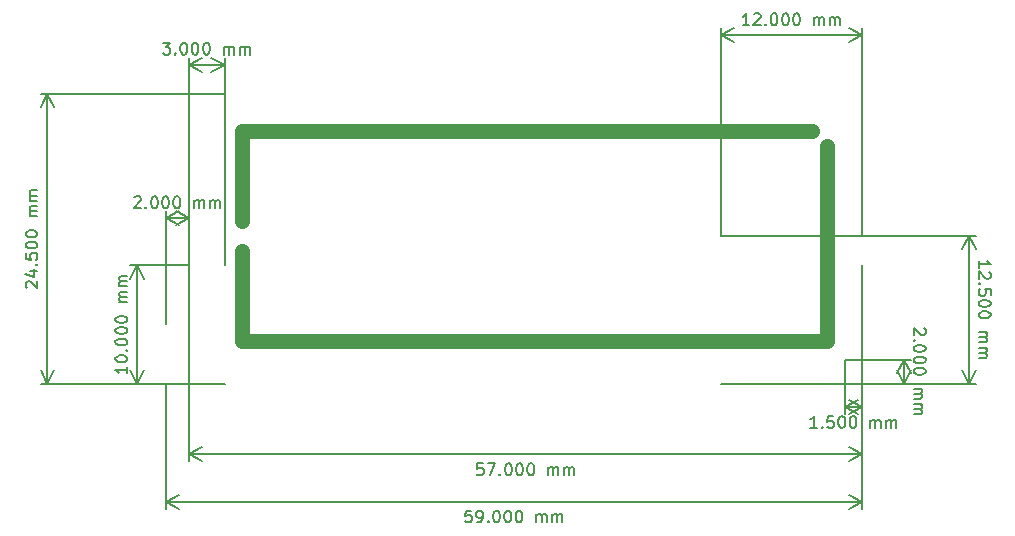
<source format=gbr>
%TF.GenerationSoftware,KiCad,Pcbnew,(5.1.5-0-10_14)*%
%TF.CreationDate,2021-01-27T12:26:26-07:00*%
%TF.ProjectId,FieldSensorYSO,4669656c-6453-4656-9e73-6f7259534f2e,2*%
%TF.SameCoordinates,Original*%
%TF.FileFunction,OtherDrawing,Comment*%
%FSLAX46Y46*%
G04 Gerber Fmt 4.6, Leading zero omitted, Abs format (unit mm)*
G04 Created by KiCad (PCBNEW (5.1.5-0-10_14)) date 2021-01-27 12:26:26*
%MOMM*%
%LPD*%
G04 APERTURE LIST*
%ADD10C,0.150000*%
%ADD11C,1.270000*%
G04 APERTURE END LIST*
D10*
X116880952Y-121752379D02*
X116404761Y-121752379D01*
X116357142Y-122228570D01*
X116404761Y-122180951D01*
X116500000Y-122133332D01*
X116738095Y-122133332D01*
X116833333Y-122180951D01*
X116880952Y-122228570D01*
X116928571Y-122323808D01*
X116928571Y-122561903D01*
X116880952Y-122657141D01*
X116833333Y-122704760D01*
X116738095Y-122752379D01*
X116500000Y-122752379D01*
X116404761Y-122704760D01*
X116357142Y-122657141D01*
X117261904Y-121752379D02*
X117928571Y-121752379D01*
X117500000Y-122752379D01*
X118309523Y-122657141D02*
X118357142Y-122704760D01*
X118309523Y-122752379D01*
X118261904Y-122704760D01*
X118309523Y-122657141D01*
X118309523Y-122752379D01*
X118976190Y-121752379D02*
X119071428Y-121752379D01*
X119166666Y-121799999D01*
X119214285Y-121847618D01*
X119261904Y-121942856D01*
X119309523Y-122133332D01*
X119309523Y-122371427D01*
X119261904Y-122561903D01*
X119214285Y-122657141D01*
X119166666Y-122704760D01*
X119071428Y-122752379D01*
X118976190Y-122752379D01*
X118880952Y-122704760D01*
X118833333Y-122657141D01*
X118785714Y-122561903D01*
X118738095Y-122371427D01*
X118738095Y-122133332D01*
X118785714Y-121942856D01*
X118833333Y-121847618D01*
X118880952Y-121799999D01*
X118976190Y-121752379D01*
X119928571Y-121752379D02*
X120023809Y-121752379D01*
X120119047Y-121799999D01*
X120166666Y-121847618D01*
X120214285Y-121942856D01*
X120261904Y-122133332D01*
X120261904Y-122371427D01*
X120214285Y-122561903D01*
X120166666Y-122657141D01*
X120119047Y-122704760D01*
X120023809Y-122752379D01*
X119928571Y-122752379D01*
X119833333Y-122704760D01*
X119785714Y-122657141D01*
X119738095Y-122561903D01*
X119690476Y-122371427D01*
X119690476Y-122133332D01*
X119738095Y-121942856D01*
X119785714Y-121847618D01*
X119833333Y-121799999D01*
X119928571Y-121752379D01*
X120880952Y-121752379D02*
X120976190Y-121752379D01*
X121071428Y-121799999D01*
X121119047Y-121847618D01*
X121166666Y-121942856D01*
X121214285Y-122133332D01*
X121214285Y-122371427D01*
X121166666Y-122561903D01*
X121119047Y-122657141D01*
X121071428Y-122704760D01*
X120976190Y-122752379D01*
X120880952Y-122752379D01*
X120785714Y-122704760D01*
X120738095Y-122657141D01*
X120690476Y-122561903D01*
X120642857Y-122371427D01*
X120642857Y-122133332D01*
X120690476Y-121942856D01*
X120738095Y-121847618D01*
X120785714Y-121799999D01*
X120880952Y-121752379D01*
X122404761Y-122752379D02*
X122404761Y-122085713D01*
X122404761Y-122180951D02*
X122452380Y-122133332D01*
X122547619Y-122085713D01*
X122690476Y-122085713D01*
X122785714Y-122133332D01*
X122833333Y-122228570D01*
X122833333Y-122752379D01*
X122833333Y-122228570D02*
X122880952Y-122133332D01*
X122976190Y-122085713D01*
X123119047Y-122085713D01*
X123214285Y-122133332D01*
X123261904Y-122228570D01*
X123261904Y-122752379D01*
X123738095Y-122752379D02*
X123738095Y-122085713D01*
X123738095Y-122180951D02*
X123785714Y-122133332D01*
X123880952Y-122085713D01*
X124023809Y-122085713D01*
X124119047Y-122133332D01*
X124166666Y-122228570D01*
X124166666Y-122752379D01*
X124166666Y-122228570D02*
X124214285Y-122133332D01*
X124309523Y-122085713D01*
X124452380Y-122085713D01*
X124547619Y-122133332D01*
X124595238Y-122228570D01*
X124595238Y-122752379D01*
X92000000Y-120999999D02*
X149000000Y-120999999D01*
X92000000Y-105000000D02*
X92000000Y-121586420D01*
X149000000Y-105000000D02*
X149000000Y-121586420D01*
X149000000Y-120999999D02*
X147873496Y-121586420D01*
X149000000Y-120999999D02*
X147873496Y-120413578D01*
X92000000Y-120999999D02*
X93126504Y-121586420D01*
X92000000Y-120999999D02*
X93126504Y-120413578D01*
X158847619Y-105178571D02*
X158847619Y-104607142D01*
X158847619Y-104892857D02*
X159847619Y-104892857D01*
X159704761Y-104797619D01*
X159609523Y-104702380D01*
X159561904Y-104607142D01*
X159752380Y-105559523D02*
X159800000Y-105607142D01*
X159847619Y-105702380D01*
X159847619Y-105940476D01*
X159800000Y-106035714D01*
X159752380Y-106083333D01*
X159657142Y-106130952D01*
X159561904Y-106130952D01*
X159419047Y-106083333D01*
X158847619Y-105511904D01*
X158847619Y-106130952D01*
X158942857Y-106559523D02*
X158895238Y-106607142D01*
X158847619Y-106559523D01*
X158895238Y-106511904D01*
X158942857Y-106559523D01*
X158847619Y-106559523D01*
X159847619Y-107511904D02*
X159847619Y-107035714D01*
X159371428Y-106988095D01*
X159419047Y-107035714D01*
X159466666Y-107130952D01*
X159466666Y-107369047D01*
X159419047Y-107464285D01*
X159371428Y-107511904D01*
X159276190Y-107559523D01*
X159038095Y-107559523D01*
X158942857Y-107511904D01*
X158895238Y-107464285D01*
X158847619Y-107369047D01*
X158847619Y-107130952D01*
X158895238Y-107035714D01*
X158942857Y-106988095D01*
X159847619Y-108178571D02*
X159847619Y-108273809D01*
X159800000Y-108369047D01*
X159752380Y-108416666D01*
X159657142Y-108464285D01*
X159466666Y-108511904D01*
X159228571Y-108511904D01*
X159038095Y-108464285D01*
X158942857Y-108416666D01*
X158895238Y-108369047D01*
X158847619Y-108273809D01*
X158847619Y-108178571D01*
X158895238Y-108083333D01*
X158942857Y-108035714D01*
X159038095Y-107988095D01*
X159228571Y-107940476D01*
X159466666Y-107940476D01*
X159657142Y-107988095D01*
X159752380Y-108035714D01*
X159800000Y-108083333D01*
X159847619Y-108178571D01*
X159847619Y-109130952D02*
X159847619Y-109226190D01*
X159800000Y-109321428D01*
X159752380Y-109369047D01*
X159657142Y-109416666D01*
X159466666Y-109464285D01*
X159228571Y-109464285D01*
X159038095Y-109416666D01*
X158942857Y-109369047D01*
X158895238Y-109321428D01*
X158847619Y-109226190D01*
X158847619Y-109130952D01*
X158895238Y-109035714D01*
X158942857Y-108988095D01*
X159038095Y-108940476D01*
X159228571Y-108892857D01*
X159466666Y-108892857D01*
X159657142Y-108940476D01*
X159752380Y-108988095D01*
X159800000Y-109035714D01*
X159847619Y-109130952D01*
X158847619Y-110654761D02*
X159514285Y-110654761D01*
X159419047Y-110654761D02*
X159466666Y-110702380D01*
X159514285Y-110797619D01*
X159514285Y-110940476D01*
X159466666Y-111035714D01*
X159371428Y-111083333D01*
X158847619Y-111083333D01*
X159371428Y-111083333D02*
X159466666Y-111130952D01*
X159514285Y-111226190D01*
X159514285Y-111369047D01*
X159466666Y-111464285D01*
X159371428Y-111511904D01*
X158847619Y-111511904D01*
X158847619Y-111988095D02*
X159514285Y-111988095D01*
X159419047Y-111988095D02*
X159466666Y-112035714D01*
X159514285Y-112130952D01*
X159514285Y-112273809D01*
X159466666Y-112369047D01*
X159371428Y-112416666D01*
X158847619Y-112416666D01*
X159371428Y-112416666D02*
X159466666Y-112464285D01*
X159514285Y-112559523D01*
X159514285Y-112702380D01*
X159466666Y-112797619D01*
X159371428Y-112845238D01*
X158847619Y-112845238D01*
X158000000Y-102500000D02*
X158000000Y-115000000D01*
X137000000Y-102500000D02*
X158586421Y-102500000D01*
X137000000Y-115000000D02*
X158586421Y-115000000D01*
X158000000Y-115000000D02*
X157413579Y-113873496D01*
X158000000Y-115000000D02*
X158586421Y-113873496D01*
X158000000Y-102500000D02*
X157413579Y-103626504D01*
X158000000Y-102500000D02*
X158586421Y-103626504D01*
X139428571Y-84652380D02*
X138857142Y-84652380D01*
X139142857Y-84652380D02*
X139142857Y-83652380D01*
X139047619Y-83795238D01*
X138952380Y-83890476D01*
X138857142Y-83938095D01*
X139809523Y-83747619D02*
X139857142Y-83700000D01*
X139952380Y-83652380D01*
X140190476Y-83652380D01*
X140285714Y-83700000D01*
X140333333Y-83747619D01*
X140380952Y-83842857D01*
X140380952Y-83938095D01*
X140333333Y-84080952D01*
X139761904Y-84652380D01*
X140380952Y-84652380D01*
X140809523Y-84557142D02*
X140857142Y-84604761D01*
X140809523Y-84652380D01*
X140761904Y-84604761D01*
X140809523Y-84557142D01*
X140809523Y-84652380D01*
X141476190Y-83652380D02*
X141571428Y-83652380D01*
X141666666Y-83700000D01*
X141714285Y-83747619D01*
X141761904Y-83842857D01*
X141809523Y-84033333D01*
X141809523Y-84271428D01*
X141761904Y-84461904D01*
X141714285Y-84557142D01*
X141666666Y-84604761D01*
X141571428Y-84652380D01*
X141476190Y-84652380D01*
X141380952Y-84604761D01*
X141333333Y-84557142D01*
X141285714Y-84461904D01*
X141238095Y-84271428D01*
X141238095Y-84033333D01*
X141285714Y-83842857D01*
X141333333Y-83747619D01*
X141380952Y-83700000D01*
X141476190Y-83652380D01*
X142428571Y-83652380D02*
X142523809Y-83652380D01*
X142619047Y-83700000D01*
X142666666Y-83747619D01*
X142714285Y-83842857D01*
X142761904Y-84033333D01*
X142761904Y-84271428D01*
X142714285Y-84461904D01*
X142666666Y-84557142D01*
X142619047Y-84604761D01*
X142523809Y-84652380D01*
X142428571Y-84652380D01*
X142333333Y-84604761D01*
X142285714Y-84557142D01*
X142238095Y-84461904D01*
X142190476Y-84271428D01*
X142190476Y-84033333D01*
X142238095Y-83842857D01*
X142285714Y-83747619D01*
X142333333Y-83700000D01*
X142428571Y-83652380D01*
X143380952Y-83652380D02*
X143476190Y-83652380D01*
X143571428Y-83700000D01*
X143619047Y-83747619D01*
X143666666Y-83842857D01*
X143714285Y-84033333D01*
X143714285Y-84271428D01*
X143666666Y-84461904D01*
X143619047Y-84557142D01*
X143571428Y-84604761D01*
X143476190Y-84652380D01*
X143380952Y-84652380D01*
X143285714Y-84604761D01*
X143238095Y-84557142D01*
X143190476Y-84461904D01*
X143142857Y-84271428D01*
X143142857Y-84033333D01*
X143190476Y-83842857D01*
X143238095Y-83747619D01*
X143285714Y-83700000D01*
X143380952Y-83652380D01*
X144904761Y-84652380D02*
X144904761Y-83985714D01*
X144904761Y-84080952D02*
X144952380Y-84033333D01*
X145047619Y-83985714D01*
X145190476Y-83985714D01*
X145285714Y-84033333D01*
X145333333Y-84128571D01*
X145333333Y-84652380D01*
X145333333Y-84128571D02*
X145380952Y-84033333D01*
X145476190Y-83985714D01*
X145619047Y-83985714D01*
X145714285Y-84033333D01*
X145761904Y-84128571D01*
X145761904Y-84652380D01*
X146238095Y-84652380D02*
X146238095Y-83985714D01*
X146238095Y-84080952D02*
X146285714Y-84033333D01*
X146380952Y-83985714D01*
X146523809Y-83985714D01*
X146619047Y-84033333D01*
X146666666Y-84128571D01*
X146666666Y-84652380D01*
X146666666Y-84128571D02*
X146714285Y-84033333D01*
X146809523Y-83985714D01*
X146952380Y-83985714D01*
X147047619Y-84033333D01*
X147095238Y-84128571D01*
X147095238Y-84652380D01*
X137000000Y-85500000D02*
X149000000Y-85500000D01*
X137000000Y-102500000D02*
X137000000Y-84913579D01*
X149000000Y-102500000D02*
X149000000Y-84913579D01*
X149000000Y-85500000D02*
X147873496Y-86086421D01*
X149000000Y-85500000D02*
X147873496Y-84913579D01*
X137000000Y-85500000D02*
X138126504Y-86086421D01*
X137000000Y-85500000D02*
X138126504Y-84913579D01*
X89785714Y-86152380D02*
X90404761Y-86152380D01*
X90071428Y-86533333D01*
X90214285Y-86533333D01*
X90309523Y-86580952D01*
X90357142Y-86628571D01*
X90404761Y-86723809D01*
X90404761Y-86961904D01*
X90357142Y-87057142D01*
X90309523Y-87104761D01*
X90214285Y-87152380D01*
X89928571Y-87152380D01*
X89833333Y-87104761D01*
X89785714Y-87057142D01*
X90833333Y-87057142D02*
X90880952Y-87104761D01*
X90833333Y-87152380D01*
X90785714Y-87104761D01*
X90833333Y-87057142D01*
X90833333Y-87152380D01*
X91500000Y-86152380D02*
X91595238Y-86152380D01*
X91690476Y-86200000D01*
X91738095Y-86247619D01*
X91785714Y-86342857D01*
X91833333Y-86533333D01*
X91833333Y-86771428D01*
X91785714Y-86961904D01*
X91738095Y-87057142D01*
X91690476Y-87104761D01*
X91595238Y-87152380D01*
X91500000Y-87152380D01*
X91404761Y-87104761D01*
X91357142Y-87057142D01*
X91309523Y-86961904D01*
X91261904Y-86771428D01*
X91261904Y-86533333D01*
X91309523Y-86342857D01*
X91357142Y-86247619D01*
X91404761Y-86200000D01*
X91500000Y-86152380D01*
X92452380Y-86152380D02*
X92547619Y-86152380D01*
X92642857Y-86200000D01*
X92690476Y-86247619D01*
X92738095Y-86342857D01*
X92785714Y-86533333D01*
X92785714Y-86771428D01*
X92738095Y-86961904D01*
X92690476Y-87057142D01*
X92642857Y-87104761D01*
X92547619Y-87152380D01*
X92452380Y-87152380D01*
X92357142Y-87104761D01*
X92309523Y-87057142D01*
X92261904Y-86961904D01*
X92214285Y-86771428D01*
X92214285Y-86533333D01*
X92261904Y-86342857D01*
X92309523Y-86247619D01*
X92357142Y-86200000D01*
X92452380Y-86152380D01*
X93404761Y-86152380D02*
X93500000Y-86152380D01*
X93595238Y-86200000D01*
X93642857Y-86247619D01*
X93690476Y-86342857D01*
X93738095Y-86533333D01*
X93738095Y-86771428D01*
X93690476Y-86961904D01*
X93642857Y-87057142D01*
X93595238Y-87104761D01*
X93500000Y-87152380D01*
X93404761Y-87152380D01*
X93309523Y-87104761D01*
X93261904Y-87057142D01*
X93214285Y-86961904D01*
X93166666Y-86771428D01*
X93166666Y-86533333D01*
X93214285Y-86342857D01*
X93261904Y-86247619D01*
X93309523Y-86200000D01*
X93404761Y-86152380D01*
X94928571Y-87152380D02*
X94928571Y-86485714D01*
X94928571Y-86580952D02*
X94976190Y-86533333D01*
X95071428Y-86485714D01*
X95214285Y-86485714D01*
X95309523Y-86533333D01*
X95357142Y-86628571D01*
X95357142Y-87152380D01*
X95357142Y-86628571D02*
X95404761Y-86533333D01*
X95500000Y-86485714D01*
X95642857Y-86485714D01*
X95738095Y-86533333D01*
X95785714Y-86628571D01*
X95785714Y-87152380D01*
X96261904Y-87152380D02*
X96261904Y-86485714D01*
X96261904Y-86580952D02*
X96309523Y-86533333D01*
X96404761Y-86485714D01*
X96547619Y-86485714D01*
X96642857Y-86533333D01*
X96690476Y-86628571D01*
X96690476Y-87152380D01*
X96690476Y-86628571D02*
X96738095Y-86533333D01*
X96833333Y-86485714D01*
X96976190Y-86485714D01*
X97071428Y-86533333D01*
X97119047Y-86628571D01*
X97119047Y-87152380D01*
X92000000Y-88000000D02*
X95000000Y-88000000D01*
X92000000Y-105000000D02*
X92000000Y-87413579D01*
X95000000Y-105000000D02*
X95000000Y-87413579D01*
X95000000Y-88000000D02*
X93873496Y-88586421D01*
X95000000Y-88000000D02*
X93873496Y-87413579D01*
X92000000Y-88000000D02*
X93126504Y-88586421D01*
X92000000Y-88000000D02*
X93126504Y-87413579D01*
X154252380Y-110333333D02*
X154300000Y-110380952D01*
X154347619Y-110476190D01*
X154347619Y-110714285D01*
X154300000Y-110809523D01*
X154252380Y-110857142D01*
X154157142Y-110904761D01*
X154061904Y-110904761D01*
X153919047Y-110857142D01*
X153347619Y-110285714D01*
X153347619Y-110904761D01*
X153442857Y-111333333D02*
X153395238Y-111380952D01*
X153347619Y-111333333D01*
X153395238Y-111285714D01*
X153442857Y-111333333D01*
X153347619Y-111333333D01*
X154347619Y-112000000D02*
X154347619Y-112095238D01*
X154300000Y-112190476D01*
X154252380Y-112238095D01*
X154157142Y-112285714D01*
X153966666Y-112333333D01*
X153728571Y-112333333D01*
X153538095Y-112285714D01*
X153442857Y-112238095D01*
X153395238Y-112190476D01*
X153347619Y-112095238D01*
X153347619Y-112000000D01*
X153395238Y-111904761D01*
X153442857Y-111857142D01*
X153538095Y-111809523D01*
X153728571Y-111761904D01*
X153966666Y-111761904D01*
X154157142Y-111809523D01*
X154252380Y-111857142D01*
X154300000Y-111904761D01*
X154347619Y-112000000D01*
X154347619Y-112952380D02*
X154347619Y-113047619D01*
X154300000Y-113142857D01*
X154252380Y-113190476D01*
X154157142Y-113238095D01*
X153966666Y-113285714D01*
X153728571Y-113285714D01*
X153538095Y-113238095D01*
X153442857Y-113190476D01*
X153395238Y-113142857D01*
X153347619Y-113047619D01*
X153347619Y-112952380D01*
X153395238Y-112857142D01*
X153442857Y-112809523D01*
X153538095Y-112761904D01*
X153728571Y-112714285D01*
X153966666Y-112714285D01*
X154157142Y-112761904D01*
X154252380Y-112809523D01*
X154300000Y-112857142D01*
X154347619Y-112952380D01*
X154347619Y-113904761D02*
X154347619Y-114000000D01*
X154300000Y-114095238D01*
X154252380Y-114142857D01*
X154157142Y-114190476D01*
X153966666Y-114238095D01*
X153728571Y-114238095D01*
X153538095Y-114190476D01*
X153442857Y-114142857D01*
X153395238Y-114095238D01*
X153347619Y-114000000D01*
X153347619Y-113904761D01*
X153395238Y-113809523D01*
X153442857Y-113761904D01*
X153538095Y-113714285D01*
X153728571Y-113666666D01*
X153966666Y-113666666D01*
X154157142Y-113714285D01*
X154252380Y-113761904D01*
X154300000Y-113809523D01*
X154347619Y-113904761D01*
X153347619Y-115428571D02*
X154014285Y-115428571D01*
X153919047Y-115428571D02*
X153966666Y-115476190D01*
X154014285Y-115571428D01*
X154014285Y-115714285D01*
X153966666Y-115809523D01*
X153871428Y-115857142D01*
X153347619Y-115857142D01*
X153871428Y-115857142D02*
X153966666Y-115904761D01*
X154014285Y-116000000D01*
X154014285Y-116142857D01*
X153966666Y-116238095D01*
X153871428Y-116285714D01*
X153347619Y-116285714D01*
X153347619Y-116761904D02*
X154014285Y-116761904D01*
X153919047Y-116761904D02*
X153966666Y-116809523D01*
X154014285Y-116904761D01*
X154014285Y-117047619D01*
X153966666Y-117142857D01*
X153871428Y-117190476D01*
X153347619Y-117190476D01*
X153871428Y-117190476D02*
X153966666Y-117238095D01*
X154014285Y-117333333D01*
X154014285Y-117476190D01*
X153966666Y-117571428D01*
X153871428Y-117619047D01*
X153347619Y-117619047D01*
X152500000Y-113000000D02*
X152500000Y-115000000D01*
X147500000Y-113000000D02*
X153086421Y-113000000D01*
X147500000Y-115000000D02*
X153086421Y-115000000D01*
X152500000Y-115000000D02*
X151913579Y-113873496D01*
X152500000Y-115000000D02*
X153086421Y-113873496D01*
X152500000Y-113000000D02*
X151913579Y-114126504D01*
X152500000Y-113000000D02*
X153086421Y-114126504D01*
X145154761Y-118752380D02*
X144583333Y-118752380D01*
X144869047Y-118752380D02*
X144869047Y-117752380D01*
X144773809Y-117895238D01*
X144678571Y-117990476D01*
X144583333Y-118038095D01*
X145583333Y-118657142D02*
X145630952Y-118704761D01*
X145583333Y-118752380D01*
X145535714Y-118704761D01*
X145583333Y-118657142D01*
X145583333Y-118752380D01*
X146535714Y-117752380D02*
X146059523Y-117752380D01*
X146011904Y-118228571D01*
X146059523Y-118180952D01*
X146154761Y-118133333D01*
X146392857Y-118133333D01*
X146488095Y-118180952D01*
X146535714Y-118228571D01*
X146583333Y-118323809D01*
X146583333Y-118561904D01*
X146535714Y-118657142D01*
X146488095Y-118704761D01*
X146392857Y-118752380D01*
X146154761Y-118752380D01*
X146059523Y-118704761D01*
X146011904Y-118657142D01*
X147202380Y-117752380D02*
X147297619Y-117752380D01*
X147392857Y-117800000D01*
X147440476Y-117847619D01*
X147488095Y-117942857D01*
X147535714Y-118133333D01*
X147535714Y-118371428D01*
X147488095Y-118561904D01*
X147440476Y-118657142D01*
X147392857Y-118704761D01*
X147297619Y-118752380D01*
X147202380Y-118752380D01*
X147107142Y-118704761D01*
X147059523Y-118657142D01*
X147011904Y-118561904D01*
X146964285Y-118371428D01*
X146964285Y-118133333D01*
X147011904Y-117942857D01*
X147059523Y-117847619D01*
X147107142Y-117800000D01*
X147202380Y-117752380D01*
X148154761Y-117752380D02*
X148250000Y-117752380D01*
X148345238Y-117800000D01*
X148392857Y-117847619D01*
X148440476Y-117942857D01*
X148488095Y-118133333D01*
X148488095Y-118371428D01*
X148440476Y-118561904D01*
X148392857Y-118657142D01*
X148345238Y-118704761D01*
X148250000Y-118752380D01*
X148154761Y-118752380D01*
X148059523Y-118704761D01*
X148011904Y-118657142D01*
X147964285Y-118561904D01*
X147916666Y-118371428D01*
X147916666Y-118133333D01*
X147964285Y-117942857D01*
X148011904Y-117847619D01*
X148059523Y-117800000D01*
X148154761Y-117752380D01*
X149678571Y-118752380D02*
X149678571Y-118085714D01*
X149678571Y-118180952D02*
X149726190Y-118133333D01*
X149821428Y-118085714D01*
X149964285Y-118085714D01*
X150059523Y-118133333D01*
X150107142Y-118228571D01*
X150107142Y-118752380D01*
X150107142Y-118228571D02*
X150154761Y-118133333D01*
X150250000Y-118085714D01*
X150392857Y-118085714D01*
X150488095Y-118133333D01*
X150535714Y-118228571D01*
X150535714Y-118752380D01*
X151011904Y-118752380D02*
X151011904Y-118085714D01*
X151011904Y-118180952D02*
X151059523Y-118133333D01*
X151154761Y-118085714D01*
X151297619Y-118085714D01*
X151392857Y-118133333D01*
X151440476Y-118228571D01*
X151440476Y-118752380D01*
X151440476Y-118228571D02*
X151488095Y-118133333D01*
X151583333Y-118085714D01*
X151726190Y-118085714D01*
X151821428Y-118133333D01*
X151869047Y-118228571D01*
X151869047Y-118752380D01*
X149000000Y-117000000D02*
X147500000Y-117000000D01*
X149000000Y-113000000D02*
X149000000Y-117586421D01*
X147500000Y-113000000D02*
X147500000Y-117586421D01*
X147500000Y-117000000D02*
X148626504Y-116413579D01*
X147500000Y-117000000D02*
X148626504Y-117586421D01*
X149000000Y-117000000D02*
X147873496Y-116413579D01*
X149000000Y-117000000D02*
X147873496Y-117586421D01*
X86752380Y-113571428D02*
X86752380Y-114142857D01*
X86752380Y-113857142D02*
X85752380Y-113857142D01*
X85895238Y-113952380D01*
X85990476Y-114047619D01*
X86038095Y-114142857D01*
X85752380Y-112952380D02*
X85752380Y-112857142D01*
X85800000Y-112761904D01*
X85847619Y-112714285D01*
X85942857Y-112666666D01*
X86133333Y-112619047D01*
X86371428Y-112619047D01*
X86561904Y-112666666D01*
X86657142Y-112714285D01*
X86704761Y-112761904D01*
X86752380Y-112857142D01*
X86752380Y-112952380D01*
X86704761Y-113047619D01*
X86657142Y-113095238D01*
X86561904Y-113142857D01*
X86371428Y-113190476D01*
X86133333Y-113190476D01*
X85942857Y-113142857D01*
X85847619Y-113095238D01*
X85800000Y-113047619D01*
X85752380Y-112952380D01*
X86657142Y-112190476D02*
X86704761Y-112142857D01*
X86752380Y-112190476D01*
X86704761Y-112238095D01*
X86657142Y-112190476D01*
X86752380Y-112190476D01*
X85752380Y-111523809D02*
X85752380Y-111428571D01*
X85800000Y-111333333D01*
X85847619Y-111285714D01*
X85942857Y-111238095D01*
X86133333Y-111190476D01*
X86371428Y-111190476D01*
X86561904Y-111238095D01*
X86657142Y-111285714D01*
X86704761Y-111333333D01*
X86752380Y-111428571D01*
X86752380Y-111523809D01*
X86704761Y-111619047D01*
X86657142Y-111666666D01*
X86561904Y-111714285D01*
X86371428Y-111761904D01*
X86133333Y-111761904D01*
X85942857Y-111714285D01*
X85847619Y-111666666D01*
X85800000Y-111619047D01*
X85752380Y-111523809D01*
X85752380Y-110571428D02*
X85752380Y-110476190D01*
X85800000Y-110380952D01*
X85847619Y-110333333D01*
X85942857Y-110285714D01*
X86133333Y-110238095D01*
X86371428Y-110238095D01*
X86561904Y-110285714D01*
X86657142Y-110333333D01*
X86704761Y-110380952D01*
X86752380Y-110476190D01*
X86752380Y-110571428D01*
X86704761Y-110666666D01*
X86657142Y-110714285D01*
X86561904Y-110761904D01*
X86371428Y-110809523D01*
X86133333Y-110809523D01*
X85942857Y-110761904D01*
X85847619Y-110714285D01*
X85800000Y-110666666D01*
X85752380Y-110571428D01*
X85752380Y-109619047D02*
X85752380Y-109523809D01*
X85800000Y-109428571D01*
X85847619Y-109380952D01*
X85942857Y-109333333D01*
X86133333Y-109285714D01*
X86371428Y-109285714D01*
X86561904Y-109333333D01*
X86657142Y-109380952D01*
X86704761Y-109428571D01*
X86752380Y-109523809D01*
X86752380Y-109619047D01*
X86704761Y-109714285D01*
X86657142Y-109761904D01*
X86561904Y-109809523D01*
X86371428Y-109857142D01*
X86133333Y-109857142D01*
X85942857Y-109809523D01*
X85847619Y-109761904D01*
X85800000Y-109714285D01*
X85752380Y-109619047D01*
X86752380Y-108095238D02*
X86085714Y-108095238D01*
X86180952Y-108095238D02*
X86133333Y-108047619D01*
X86085714Y-107952380D01*
X86085714Y-107809523D01*
X86133333Y-107714285D01*
X86228571Y-107666666D01*
X86752380Y-107666666D01*
X86228571Y-107666666D02*
X86133333Y-107619047D01*
X86085714Y-107523809D01*
X86085714Y-107380952D01*
X86133333Y-107285714D01*
X86228571Y-107238095D01*
X86752380Y-107238095D01*
X86752380Y-106761904D02*
X86085714Y-106761904D01*
X86180952Y-106761904D02*
X86133333Y-106714285D01*
X86085714Y-106619047D01*
X86085714Y-106476190D01*
X86133333Y-106380952D01*
X86228571Y-106333333D01*
X86752380Y-106333333D01*
X86228571Y-106333333D02*
X86133333Y-106285714D01*
X86085714Y-106190476D01*
X86085714Y-106047619D01*
X86133333Y-105952380D01*
X86228571Y-105904761D01*
X86752380Y-105904761D01*
X87600000Y-115000000D02*
X87600000Y-105000000D01*
X92000000Y-115000000D02*
X87013579Y-115000000D01*
X92000000Y-105000000D02*
X87013579Y-105000000D01*
X87600000Y-105000000D02*
X88186421Y-106126504D01*
X87600000Y-105000000D02*
X87013579Y-106126504D01*
X87600000Y-115000000D02*
X88186421Y-113873496D01*
X87600000Y-115000000D02*
X87013579Y-113873496D01*
X87333333Y-99247619D02*
X87380952Y-99200000D01*
X87476190Y-99152380D01*
X87714285Y-99152380D01*
X87809523Y-99200000D01*
X87857142Y-99247619D01*
X87904761Y-99342857D01*
X87904761Y-99438095D01*
X87857142Y-99580952D01*
X87285714Y-100152380D01*
X87904761Y-100152380D01*
X88333333Y-100057142D02*
X88380952Y-100104761D01*
X88333333Y-100152380D01*
X88285714Y-100104761D01*
X88333333Y-100057142D01*
X88333333Y-100152380D01*
X89000000Y-99152380D02*
X89095238Y-99152380D01*
X89190476Y-99200000D01*
X89238095Y-99247619D01*
X89285714Y-99342857D01*
X89333333Y-99533333D01*
X89333333Y-99771428D01*
X89285714Y-99961904D01*
X89238095Y-100057142D01*
X89190476Y-100104761D01*
X89095238Y-100152380D01*
X89000000Y-100152380D01*
X88904761Y-100104761D01*
X88857142Y-100057142D01*
X88809523Y-99961904D01*
X88761904Y-99771428D01*
X88761904Y-99533333D01*
X88809523Y-99342857D01*
X88857142Y-99247619D01*
X88904761Y-99200000D01*
X89000000Y-99152380D01*
X89952380Y-99152380D02*
X90047619Y-99152380D01*
X90142857Y-99200000D01*
X90190476Y-99247619D01*
X90238095Y-99342857D01*
X90285714Y-99533333D01*
X90285714Y-99771428D01*
X90238095Y-99961904D01*
X90190476Y-100057142D01*
X90142857Y-100104761D01*
X90047619Y-100152380D01*
X89952380Y-100152380D01*
X89857142Y-100104761D01*
X89809523Y-100057142D01*
X89761904Y-99961904D01*
X89714285Y-99771428D01*
X89714285Y-99533333D01*
X89761904Y-99342857D01*
X89809523Y-99247619D01*
X89857142Y-99200000D01*
X89952380Y-99152380D01*
X90904761Y-99152380D02*
X91000000Y-99152380D01*
X91095238Y-99200000D01*
X91142857Y-99247619D01*
X91190476Y-99342857D01*
X91238095Y-99533333D01*
X91238095Y-99771428D01*
X91190476Y-99961904D01*
X91142857Y-100057142D01*
X91095238Y-100104761D01*
X91000000Y-100152380D01*
X90904761Y-100152380D01*
X90809523Y-100104761D01*
X90761904Y-100057142D01*
X90714285Y-99961904D01*
X90666666Y-99771428D01*
X90666666Y-99533333D01*
X90714285Y-99342857D01*
X90761904Y-99247619D01*
X90809523Y-99200000D01*
X90904761Y-99152380D01*
X92428571Y-100152380D02*
X92428571Y-99485714D01*
X92428571Y-99580952D02*
X92476190Y-99533333D01*
X92571428Y-99485714D01*
X92714285Y-99485714D01*
X92809523Y-99533333D01*
X92857142Y-99628571D01*
X92857142Y-100152380D01*
X92857142Y-99628571D02*
X92904761Y-99533333D01*
X93000000Y-99485714D01*
X93142857Y-99485714D01*
X93238095Y-99533333D01*
X93285714Y-99628571D01*
X93285714Y-100152380D01*
X93761904Y-100152380D02*
X93761904Y-99485714D01*
X93761904Y-99580952D02*
X93809523Y-99533333D01*
X93904761Y-99485714D01*
X94047619Y-99485714D01*
X94142857Y-99533333D01*
X94190476Y-99628571D01*
X94190476Y-100152380D01*
X94190476Y-99628571D02*
X94238095Y-99533333D01*
X94333333Y-99485714D01*
X94476190Y-99485714D01*
X94571428Y-99533333D01*
X94619047Y-99628571D01*
X94619047Y-100152380D01*
X90000000Y-101000000D02*
X92000000Y-101000000D01*
X90000000Y-110000000D02*
X90000000Y-100413579D01*
X92000000Y-110000000D02*
X92000000Y-100413579D01*
X92000000Y-101000000D02*
X90873496Y-101586421D01*
X92000000Y-101000000D02*
X90873496Y-100413579D01*
X90000000Y-101000000D02*
X91126504Y-101586421D01*
X90000000Y-101000000D02*
X91126504Y-100413579D01*
X115880952Y-125752380D02*
X115404761Y-125752380D01*
X115357142Y-126228571D01*
X115404761Y-126180952D01*
X115500000Y-126133333D01*
X115738095Y-126133333D01*
X115833333Y-126180952D01*
X115880952Y-126228571D01*
X115928571Y-126323809D01*
X115928571Y-126561904D01*
X115880952Y-126657142D01*
X115833333Y-126704761D01*
X115738095Y-126752380D01*
X115500000Y-126752380D01*
X115404761Y-126704761D01*
X115357142Y-126657142D01*
X116404761Y-126752380D02*
X116595238Y-126752380D01*
X116690476Y-126704761D01*
X116738095Y-126657142D01*
X116833333Y-126514285D01*
X116880952Y-126323809D01*
X116880952Y-125942857D01*
X116833333Y-125847619D01*
X116785714Y-125800000D01*
X116690476Y-125752380D01*
X116500000Y-125752380D01*
X116404761Y-125800000D01*
X116357142Y-125847619D01*
X116309523Y-125942857D01*
X116309523Y-126180952D01*
X116357142Y-126276190D01*
X116404761Y-126323809D01*
X116500000Y-126371428D01*
X116690476Y-126371428D01*
X116785714Y-126323809D01*
X116833333Y-126276190D01*
X116880952Y-126180952D01*
X117309523Y-126657142D02*
X117357142Y-126704761D01*
X117309523Y-126752380D01*
X117261904Y-126704761D01*
X117309523Y-126657142D01*
X117309523Y-126752380D01*
X117976190Y-125752380D02*
X118071428Y-125752380D01*
X118166666Y-125800000D01*
X118214285Y-125847619D01*
X118261904Y-125942857D01*
X118309523Y-126133333D01*
X118309523Y-126371428D01*
X118261904Y-126561904D01*
X118214285Y-126657142D01*
X118166666Y-126704761D01*
X118071428Y-126752380D01*
X117976190Y-126752380D01*
X117880952Y-126704761D01*
X117833333Y-126657142D01*
X117785714Y-126561904D01*
X117738095Y-126371428D01*
X117738095Y-126133333D01*
X117785714Y-125942857D01*
X117833333Y-125847619D01*
X117880952Y-125800000D01*
X117976190Y-125752380D01*
X118928571Y-125752380D02*
X119023809Y-125752380D01*
X119119047Y-125800000D01*
X119166666Y-125847619D01*
X119214285Y-125942857D01*
X119261904Y-126133333D01*
X119261904Y-126371428D01*
X119214285Y-126561904D01*
X119166666Y-126657142D01*
X119119047Y-126704761D01*
X119023809Y-126752380D01*
X118928571Y-126752380D01*
X118833333Y-126704761D01*
X118785714Y-126657142D01*
X118738095Y-126561904D01*
X118690476Y-126371428D01*
X118690476Y-126133333D01*
X118738095Y-125942857D01*
X118785714Y-125847619D01*
X118833333Y-125800000D01*
X118928571Y-125752380D01*
X119880952Y-125752380D02*
X119976190Y-125752380D01*
X120071428Y-125800000D01*
X120119047Y-125847619D01*
X120166666Y-125942857D01*
X120214285Y-126133333D01*
X120214285Y-126371428D01*
X120166666Y-126561904D01*
X120119047Y-126657142D01*
X120071428Y-126704761D01*
X119976190Y-126752380D01*
X119880952Y-126752380D01*
X119785714Y-126704761D01*
X119738095Y-126657142D01*
X119690476Y-126561904D01*
X119642857Y-126371428D01*
X119642857Y-126133333D01*
X119690476Y-125942857D01*
X119738095Y-125847619D01*
X119785714Y-125800000D01*
X119880952Y-125752380D01*
X121404761Y-126752380D02*
X121404761Y-126085714D01*
X121404761Y-126180952D02*
X121452380Y-126133333D01*
X121547619Y-126085714D01*
X121690476Y-126085714D01*
X121785714Y-126133333D01*
X121833333Y-126228571D01*
X121833333Y-126752380D01*
X121833333Y-126228571D02*
X121880952Y-126133333D01*
X121976190Y-126085714D01*
X122119047Y-126085714D01*
X122214285Y-126133333D01*
X122261904Y-126228571D01*
X122261904Y-126752380D01*
X122738095Y-126752380D02*
X122738095Y-126085714D01*
X122738095Y-126180952D02*
X122785714Y-126133333D01*
X122880952Y-126085714D01*
X123023809Y-126085714D01*
X123119047Y-126133333D01*
X123166666Y-126228571D01*
X123166666Y-126752380D01*
X123166666Y-126228571D02*
X123214285Y-126133333D01*
X123309523Y-126085714D01*
X123452380Y-126085714D01*
X123547619Y-126133333D01*
X123595238Y-126228571D01*
X123595238Y-126752380D01*
X90000000Y-125000000D02*
X149000000Y-125000000D01*
X90000000Y-115000000D02*
X90000000Y-125586421D01*
X149000000Y-115000000D02*
X149000000Y-125586421D01*
X149000000Y-125000000D02*
X147873496Y-125586421D01*
X149000000Y-125000000D02*
X147873496Y-124413579D01*
X90000000Y-125000000D02*
X91126504Y-125586421D01*
X90000000Y-125000000D02*
X91126504Y-124413579D01*
X78247619Y-106892857D02*
X78200000Y-106845238D01*
X78152380Y-106750000D01*
X78152380Y-106511904D01*
X78200000Y-106416666D01*
X78247619Y-106369047D01*
X78342857Y-106321428D01*
X78438095Y-106321428D01*
X78580952Y-106369047D01*
X79152380Y-106940476D01*
X79152380Y-106321428D01*
X78485714Y-105464285D02*
X79152380Y-105464285D01*
X78104761Y-105702380D02*
X78819047Y-105940476D01*
X78819047Y-105321428D01*
X79057142Y-104940476D02*
X79104761Y-104892857D01*
X79152380Y-104940476D01*
X79104761Y-104988095D01*
X79057142Y-104940476D01*
X79152380Y-104940476D01*
X78152380Y-103988095D02*
X78152380Y-104464285D01*
X78628571Y-104511904D01*
X78580952Y-104464285D01*
X78533333Y-104369047D01*
X78533333Y-104130952D01*
X78580952Y-104035714D01*
X78628571Y-103988095D01*
X78723809Y-103940476D01*
X78961904Y-103940476D01*
X79057142Y-103988095D01*
X79104761Y-104035714D01*
X79152380Y-104130952D01*
X79152380Y-104369047D01*
X79104761Y-104464285D01*
X79057142Y-104511904D01*
X78152380Y-103321428D02*
X78152380Y-103226190D01*
X78200000Y-103130952D01*
X78247619Y-103083333D01*
X78342857Y-103035714D01*
X78533333Y-102988095D01*
X78771428Y-102988095D01*
X78961904Y-103035714D01*
X79057142Y-103083333D01*
X79104761Y-103130952D01*
X79152380Y-103226190D01*
X79152380Y-103321428D01*
X79104761Y-103416666D01*
X79057142Y-103464285D01*
X78961904Y-103511904D01*
X78771428Y-103559523D01*
X78533333Y-103559523D01*
X78342857Y-103511904D01*
X78247619Y-103464285D01*
X78200000Y-103416666D01*
X78152380Y-103321428D01*
X78152380Y-102369047D02*
X78152380Y-102273809D01*
X78200000Y-102178571D01*
X78247619Y-102130952D01*
X78342857Y-102083333D01*
X78533333Y-102035714D01*
X78771428Y-102035714D01*
X78961904Y-102083333D01*
X79057142Y-102130952D01*
X79104761Y-102178571D01*
X79152380Y-102273809D01*
X79152380Y-102369047D01*
X79104761Y-102464285D01*
X79057142Y-102511904D01*
X78961904Y-102559523D01*
X78771428Y-102607142D01*
X78533333Y-102607142D01*
X78342857Y-102559523D01*
X78247619Y-102511904D01*
X78200000Y-102464285D01*
X78152380Y-102369047D01*
X79152380Y-100845238D02*
X78485714Y-100845238D01*
X78580952Y-100845238D02*
X78533333Y-100797619D01*
X78485714Y-100702380D01*
X78485714Y-100559523D01*
X78533333Y-100464285D01*
X78628571Y-100416666D01*
X79152380Y-100416666D01*
X78628571Y-100416666D02*
X78533333Y-100369047D01*
X78485714Y-100273809D01*
X78485714Y-100130952D01*
X78533333Y-100035714D01*
X78628571Y-99988095D01*
X79152380Y-99988095D01*
X79152380Y-99511904D02*
X78485714Y-99511904D01*
X78580952Y-99511904D02*
X78533333Y-99464285D01*
X78485714Y-99369047D01*
X78485714Y-99226190D01*
X78533333Y-99130952D01*
X78628571Y-99083333D01*
X79152380Y-99083333D01*
X78628571Y-99083333D02*
X78533333Y-99035714D01*
X78485714Y-98940476D01*
X78485714Y-98797619D01*
X78533333Y-98702380D01*
X78628571Y-98654761D01*
X79152380Y-98654761D01*
X80000000Y-115000000D02*
X80000000Y-90500000D01*
X95000000Y-115000000D02*
X79413579Y-115000000D01*
X95000000Y-90500000D02*
X79413579Y-90500000D01*
X80000000Y-90500000D02*
X80586421Y-91626504D01*
X80000000Y-90500000D02*
X79413579Y-91626504D01*
X80000000Y-115000000D02*
X80586421Y-113873496D01*
X80000000Y-115000000D02*
X79413579Y-113873496D01*
D11*
%TO.C,Y1*%
X96500000Y-111390000D02*
X96500000Y-103770000D01*
X146030000Y-111390000D02*
X96500000Y-111390000D01*
X146030000Y-111390000D02*
X146030000Y-94880000D01*
X96500000Y-93610000D02*
X144760000Y-93610000D01*
X96500000Y-101230000D02*
X96500000Y-93610000D01*
%TD*%
M02*

</source>
